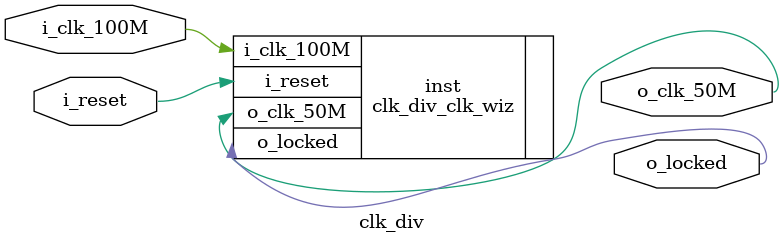
<source format=v>


`timescale 1ps/1ps

(* CORE_GENERATION_INFO = "clk_div,clk_wiz_v5_3_1,{component_name=clk_div,use_phase_alignment=true,use_min_o_jitter=false,use_max_i_jitter=false,use_dyn_phase_shift=false,use_inclk_switchover=false,use_dyn_reconfig=false,enable_axi=0,feedback_source=FDBK_AUTO,PRIMITIVE=PLL,num_out_clk=1,clkin1_period=10.0,clkin2_period=10.0,use_power_down=false,use_reset=true,use_locked=true,use_inclk_stopped=false,feedback_type=SINGLE,CLOCK_MGR_TYPE=NA,manual_override=false}" *)

module clk_div 
 (
 // Clock in ports
  input         i_clk_100M,
  // Clock out ports
  output        o_clk_50M,
  // Status and control signals
  input         i_reset,
  output        o_locked
 );

  clk_div_clk_wiz inst
  (
 // Clock in ports
  .i_clk_100M(i_clk_100M),
  // Clock out ports  
  .o_clk_50M(o_clk_50M),
  // Status and control signals               
  .i_reset(i_reset), 
  .o_locked(o_locked)            
  );

endmodule

</source>
